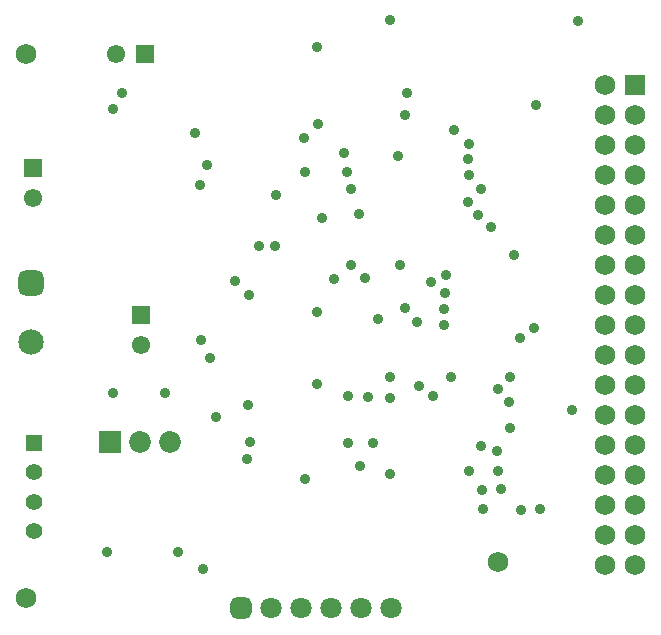
<source format=gbr>
%TF.GenerationSoftware,Altium Limited,Altium Designer,25.5.2 (35)*%
G04 Layer_Color=16711935*
%FSLAX45Y45*%
%MOMM*%
%TF.SameCoordinates,B6F2B0AA-6BD2-4F7B-97A5-C3F0DAB7D88F*%
%TF.FilePolarity,Negative*%
%TF.FileFunction,Soldermask,Bot*%
%TF.Part,Single*%
G01*
G75*
%TA.AperFunction,ComponentPad*%
%ADD37C,1.85000*%
%ADD39C,1.55000*%
%ADD40R,1.55000X1.55000*%
%ADD43C,1.40000*%
%ADD44R,1.40000X1.40000*%
%ADD45R,1.55000X1.55000*%
%ADD46R,1.85000X1.85000*%
%ADD65C,1.80320*%
%TA.AperFunction,ViaPad*%
%ADD66C,1.72720*%
%TA.AperFunction,ComponentPad*%
G04:AMPARAMS|DCode=67|XSize=2.1532mm|YSize=2.1532mm|CornerRadius=0.5891mm|HoleSize=0mm|Usage=FLASHONLY|Rotation=270.000|XOffset=0mm|YOffset=0mm|HoleType=Round|Shape=RoundedRectangle|*
%AMROUNDEDRECTD67*
21,1,2.15320,0.97500,0,0,270.0*
21,1,0.97500,2.15320,0,0,270.0*
1,1,1.17820,-0.48750,-0.48750*
1,1,1.17820,-0.48750,0.48750*
1,1,1.17820,0.48750,0.48750*
1,1,1.17820,0.48750,-0.48750*
%
%ADD67ROUNDEDRECTD67*%
%ADD68C,1.75320*%
%ADD69R,1.75320X1.75320*%
G04:AMPARAMS|DCode=70|XSize=1.8032mm|YSize=1.8032mm|CornerRadius=0.5016mm|HoleSize=0mm|Usage=FLASHONLY|Rotation=0.000|XOffset=0mm|YOffset=0mm|HoleType=Round|Shape=RoundedRectangle|*
%AMROUNDEDRECTD70*
21,1,1.80320,0.80000,0,0,0.0*
21,1,0.80000,1.80320,0,0,0.0*
1,1,1.00320,0.40000,-0.40000*
1,1,1.00320,-0.40000,-0.40000*
1,1,1.00320,-0.40000,0.40000*
1,1,1.00320,0.40000,0.40000*
%
%ADD70ROUNDEDRECTD70*%
%ADD71C,2.15320*%
%TA.AperFunction,ViaPad*%
%ADD72C,0.90320*%
D37*
X7520000Y7120000D02*
D03*
X7266000D02*
D03*
D39*
X7060000Y10400000D02*
D03*
X7270000Y7940000D02*
D03*
X6362500Y9185000D02*
D03*
D40*
X7270000Y8190000D02*
D03*
X6362500Y9435000D02*
D03*
D43*
X6370000Y6360000D02*
D03*
Y6610000D02*
D03*
Y6860000D02*
D03*
D44*
Y7110000D02*
D03*
D45*
X7310000Y10400000D02*
D03*
D46*
X7012000Y7120000D02*
D03*
D65*
X8886000Y5710000D02*
D03*
X8378000D02*
D03*
X9394000D02*
D03*
X8632000D02*
D03*
X9140000D02*
D03*
D66*
X6300000Y10400000D02*
D03*
Y5800000D02*
D03*
X10300000Y6100000D02*
D03*
D67*
X6344998Y8460000D02*
D03*
D68*
X11460000Y9122000D02*
D03*
X11206000D02*
D03*
Y10138000D02*
D03*
Y8106000D02*
D03*
Y7344000D02*
D03*
Y7852000D02*
D03*
X11460000Y8106000D02*
D03*
Y7344000D02*
D03*
X11206000Y6582000D02*
D03*
X11460000Y8360000D02*
D03*
Y7852000D02*
D03*
X11206000Y6074000D02*
D03*
X11460000D02*
D03*
Y8868000D02*
D03*
Y7598000D02*
D03*
Y6328000D02*
D03*
X11206000D02*
D03*
Y7598000D02*
D03*
Y8868000D02*
D03*
X11460000Y6836000D02*
D03*
Y8614000D02*
D03*
Y9884000D02*
D03*
Y9376000D02*
D03*
X11206000Y9884000D02*
D03*
X11460000Y9630000D02*
D03*
X11206000Y6836000D02*
D03*
X11460000Y7090000D02*
D03*
X11206000Y9376000D02*
D03*
X11460000Y6582000D02*
D03*
X11206000Y7090000D02*
D03*
Y8360000D02*
D03*
Y9630000D02*
D03*
Y8614000D02*
D03*
D69*
X11460000Y10138000D02*
D03*
D70*
X8124000Y5710000D02*
D03*
D71*
X6344998Y7960001D02*
D03*
D72*
X10150000Y7080000D02*
D03*
X8070000Y8480000D02*
D03*
X10400000Y7240000D02*
D03*
X9610000Y8130000D02*
D03*
X9850000Y8380000D02*
D03*
X9240000Y7110000D02*
D03*
X9200000Y7500000D02*
D03*
X7480000Y7530000D02*
D03*
X7040000D02*
D03*
X6990000Y6190000D02*
D03*
X7590000D02*
D03*
X7800000Y6040000D02*
D03*
X7780000Y7980000D02*
D03*
X7860000Y7830000D02*
D03*
X8180000Y7430000D02*
D03*
X8200000Y7120000D02*
D03*
X7770000Y9290000D02*
D03*
X7040000Y9940000D02*
D03*
X7110000Y10070000D02*
D03*
X8190000Y8360000D02*
D03*
X8415000Y9210000D02*
D03*
X8766100Y7610000D02*
D03*
X8760000Y8220000D02*
D03*
X10430000Y8700000D02*
D03*
X8810000Y9010000D02*
D03*
X8650000Y9690000D02*
D03*
X8760000Y10460000D02*
D03*
X9450000Y9540000D02*
D03*
X9530000Y10070000D02*
D03*
X10620000Y9970000D02*
D03*
X8663827Y6803827D02*
D03*
X7910000Y7330000D02*
D03*
X9380000Y10690000D02*
D03*
X10970000Y10680000D02*
D03*
X9860000Y8530000D02*
D03*
X9170000Y8510000D02*
D03*
X10920000Y7390000D02*
D03*
X9510000Y8250000D02*
D03*
X9730000Y8470000D02*
D03*
X9030000Y7510000D02*
D03*
Y7110000D02*
D03*
X9840000Y8110000D02*
D03*
X9020000Y9400000D02*
D03*
X9920000Y9760000D02*
D03*
X8410000Y8780000D02*
D03*
X9630000Y7590000D02*
D03*
X10300000Y7570000D02*
D03*
X10150000Y9260000D02*
D03*
X10240000Y8940000D02*
D03*
X10490000Y6540000D02*
D03*
X10480000Y8000000D02*
D03*
X10050000Y9380000D02*
D03*
X10170000Y6550000D02*
D03*
X10320000Y6720000D02*
D03*
X10130000Y9040000D02*
D03*
X9050000Y8620000D02*
D03*
X9120000Y9050000D02*
D03*
X10040000Y9510000D02*
D03*
X10600000Y8080000D02*
D03*
X10650000Y6550000D02*
D03*
X9750000Y7510000D02*
D03*
X10390000Y7460000D02*
D03*
X10050000Y6870000D02*
D03*
X10290000Y7040000D02*
D03*
X9380000Y7490000D02*
D03*
Y7670000D02*
D03*
Y6850000D02*
D03*
X9280000Y8160000D02*
D03*
X8270000Y8780000D02*
D03*
X8990000Y9560000D02*
D03*
X9510000Y9890000D02*
D03*
X9840000Y8240000D02*
D03*
X9900000Y7670000D02*
D03*
X10400000D02*
D03*
X8910000Y8500000D02*
D03*
X9050000Y9260000D02*
D03*
X10050000Y9640000D02*
D03*
X9470000Y8620000D02*
D03*
X10160000Y6710000D02*
D03*
X10300000Y6870000D02*
D03*
X10040000Y9150000D02*
D03*
X8170000Y6970000D02*
D03*
X9130000Y6910000D02*
D03*
X8770000Y9810000D02*
D03*
X7730000Y9730000D02*
D03*
X7830000Y9460000D02*
D03*
X8660000Y9400000D02*
D03*
%TF.MD5,201e6f0d3d732014b6dc3fe6210dff08*%
M02*

</source>
